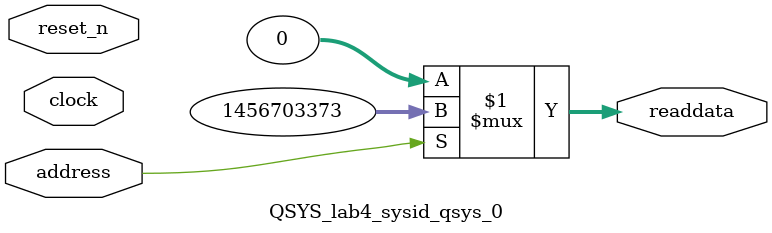
<source format=v>

`timescale 1ns / 1ps
// synthesis translate_on

// turn off superfluous verilog processor warnings 
// altera message_level Level1 
// altera message_off 10034 10035 10036 10037 10230 10240 10030 

module QSYS_lab4_sysid_qsys_0 (
               // inputs:
                address,
                clock,
                reset_n,

               // outputs:
                readdata
             )
;

  output  [ 31: 0] readdata;
  input            address;
  input            clock;
  input            reset_n;

  wire    [ 31: 0] readdata;
  //control_slave, which is an e_avalon_slave
  assign readdata = address ? 1456703373 : 0;

endmodule




</source>
